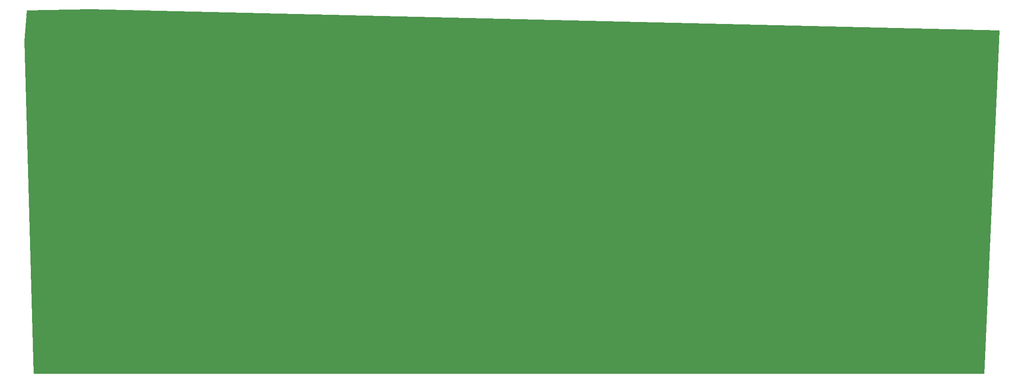
<source format=gbr>
%TF.GenerationSoftware,KiCad,Pcbnew,8.0.7*%
%TF.CreationDate,2025-01-26T19:21:23+01:00*%
%TF.ProjectId,Power device,506f7765-7220-4646-9576-6963652e6b69,rev?*%
%TF.SameCoordinates,Original*%
%TF.FileFunction,Profile,NP*%
%FSLAX46Y46*%
G04 Gerber Fmt 4.6, Leading zero omitted, Abs format (unit mm)*
G04 Created by KiCad (PCBNEW 8.0.7) date 2025-01-26 19:21:23*
%MOMM*%
%LPD*%
G01*
G04 APERTURE LIST*
G04 APERTURE END LIST*
G36*
X59752606Y-44750060D02*
G01*
X251873373Y-49247036D01*
X251939933Y-49268284D01*
X251984440Y-49322144D01*
X251994347Y-49376536D01*
X248755292Y-121881534D01*
X248732636Y-121947628D01*
X248677842Y-121990981D01*
X248631416Y-122000000D01*
X47870532Y-122000000D01*
X47803493Y-121980315D01*
X47757738Y-121927511D01*
X47746582Y-121879516D01*
X45750185Y-51506524D01*
X45750500Y-51493498D01*
X46241355Y-45112382D01*
X46266124Y-45047049D01*
X46322281Y-45005479D01*
X46362694Y-44997913D01*
X59747408Y-44750047D01*
X59752606Y-44750060D01*
G37*
M02*

</source>
